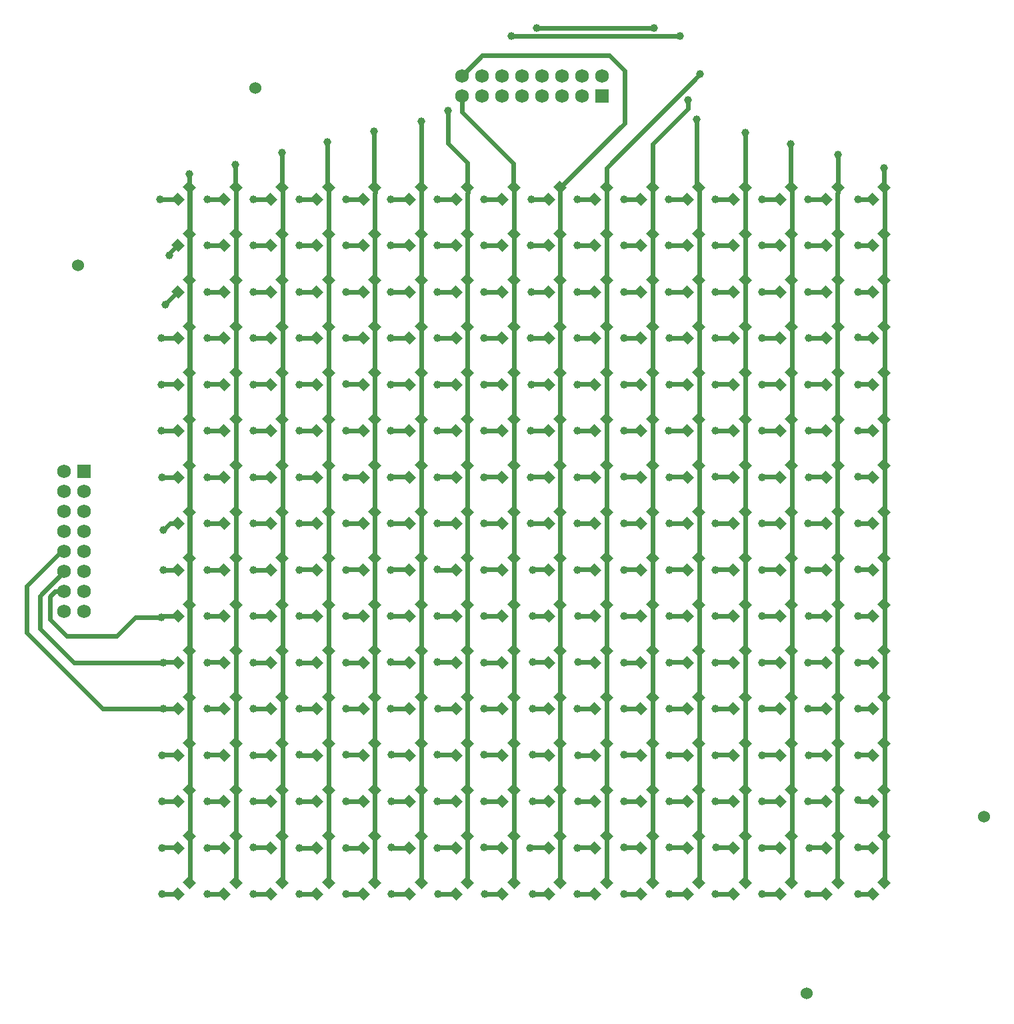
<source format=gbr>
%TF.GenerationSoftware,Altium Limited,Altium Designer,19.1.6 (110)*%
G04 Layer_Physical_Order=1*
G04 Layer_Color=255*
%FSLAX43Y43*%
%MOMM*%
%TF.FileFunction,Copper,L1,Top,Signal*%
%TF.Part,Single*%
G01*
G75*
%TA.AperFunction,SMDPad,CuDef*%
G04:AMPARAMS|DCode=10|XSize=1.2mm|YSize=1.1mm|CornerRadius=0mm|HoleSize=0mm|Usage=FLASHONLY|Rotation=135.000|XOffset=0mm|YOffset=0mm|HoleType=Round|Shape=Rectangle|*
%AMROTATEDRECTD10*
4,1,4,0.813,-0.035,0.035,-0.813,-0.813,0.035,-0.035,0.813,0.813,-0.035,0.0*
%
%ADD10ROTATEDRECTD10*%

%TA.AperFunction,Conductor*%
%ADD11C,0.600*%
%TA.AperFunction,WasherPad*%
%ADD12C,1.524*%
%TA.AperFunction,ComponentPad*%
%ADD13R,1.750X1.750*%
%ADD14C,1.750*%
%ADD15R,1.750X1.750*%
%TA.AperFunction,ViaPad*%
%ADD16C,1.000*%
D10*
X6625Y94860D02*
D03*
X5140Y93375D02*
D03*
X94860Y6625D02*
D03*
X93375Y5140D02*
D03*
X88978Y6625D02*
D03*
X87493Y5140D02*
D03*
X83095Y6625D02*
D03*
X81610Y5140D02*
D03*
X77213Y6625D02*
D03*
X75728Y5140D02*
D03*
X71331Y6625D02*
D03*
X69846Y5140D02*
D03*
X65448Y6625D02*
D03*
X63963Y5140D02*
D03*
X59566Y6625D02*
D03*
X58081Y5140D02*
D03*
X53684Y6625D02*
D03*
X52199Y5140D02*
D03*
X47801Y6625D02*
D03*
X46316Y5140D02*
D03*
X41919Y6625D02*
D03*
X40434Y5140D02*
D03*
X36037Y6625D02*
D03*
X34552Y5140D02*
D03*
X30154Y6625D02*
D03*
X28669Y5140D02*
D03*
X24272Y6625D02*
D03*
X22787Y5140D02*
D03*
X18390Y6625D02*
D03*
X16905Y5140D02*
D03*
X12507Y6625D02*
D03*
X11022Y5140D02*
D03*
X6625Y6625D02*
D03*
X5140Y5140D02*
D03*
X94860Y12507D02*
D03*
X93375Y11022D02*
D03*
X88978Y12507D02*
D03*
X87493Y11022D02*
D03*
X83095Y12507D02*
D03*
X81610Y11022D02*
D03*
X77213Y12507D02*
D03*
X75728Y11022D02*
D03*
X71331Y12507D02*
D03*
X69846Y11022D02*
D03*
X65448Y12507D02*
D03*
X63963Y11022D02*
D03*
X59566Y12507D02*
D03*
X58081Y11022D02*
D03*
X53684Y12507D02*
D03*
X52199Y11022D02*
D03*
X47801Y12507D02*
D03*
X46316Y11022D02*
D03*
X41919Y12507D02*
D03*
X40434Y11022D02*
D03*
X36037Y12507D02*
D03*
X34552Y11022D02*
D03*
X30154Y12507D02*
D03*
X28669Y11022D02*
D03*
X24272Y12507D02*
D03*
X22787Y11022D02*
D03*
X18390Y12507D02*
D03*
X16905Y11022D02*
D03*
X12507Y12507D02*
D03*
X11022Y11022D02*
D03*
X6625Y12507D02*
D03*
X5140Y11022D02*
D03*
X94860Y18390D02*
D03*
X93375Y16905D02*
D03*
X88978Y18390D02*
D03*
X87493Y16905D02*
D03*
X83095Y18390D02*
D03*
X81610Y16905D02*
D03*
X77213Y18390D02*
D03*
X75728Y16905D02*
D03*
X71331Y18390D02*
D03*
X69846Y16905D02*
D03*
X65448Y18390D02*
D03*
X63963Y16905D02*
D03*
X59566Y18390D02*
D03*
X58081Y16905D02*
D03*
X53684Y18390D02*
D03*
X52199Y16905D02*
D03*
X47801Y18390D02*
D03*
X46316Y16905D02*
D03*
X41919Y18390D02*
D03*
X40434Y16905D02*
D03*
X36037Y18390D02*
D03*
X34552Y16905D02*
D03*
X30154Y18390D02*
D03*
X28669Y16905D02*
D03*
X24272Y18390D02*
D03*
X22787Y16905D02*
D03*
X18390Y18390D02*
D03*
X16905Y16905D02*
D03*
X12507Y18390D02*
D03*
X11022Y16905D02*
D03*
X6625Y18390D02*
D03*
X5140Y16905D02*
D03*
X94860Y24272D02*
D03*
X93375Y22787D02*
D03*
X88978Y24272D02*
D03*
X87493Y22787D02*
D03*
X83095Y24272D02*
D03*
X81610Y22787D02*
D03*
X77213Y24272D02*
D03*
X75728Y22787D02*
D03*
X71331Y24272D02*
D03*
X69846Y22787D02*
D03*
X65448Y24272D02*
D03*
X63963Y22787D02*
D03*
X59566Y24272D02*
D03*
X58081Y22787D02*
D03*
X53684Y24272D02*
D03*
X52199Y22787D02*
D03*
X47801Y24272D02*
D03*
X46316Y22787D02*
D03*
X41919Y24272D02*
D03*
X40434Y22787D02*
D03*
X36037Y24272D02*
D03*
X34552Y22787D02*
D03*
X30154Y24272D02*
D03*
X28669Y22787D02*
D03*
X24272Y24272D02*
D03*
X22787Y22787D02*
D03*
X18390Y24272D02*
D03*
X16905Y22787D02*
D03*
X12507Y24272D02*
D03*
X11022Y22787D02*
D03*
X6625Y24272D02*
D03*
X5140Y22787D02*
D03*
X94860Y30154D02*
D03*
X93375Y28669D02*
D03*
X88978Y30154D02*
D03*
X87493Y28669D02*
D03*
X83095Y30154D02*
D03*
X81610Y28669D02*
D03*
X77213Y30154D02*
D03*
X75728Y28669D02*
D03*
X71331Y30154D02*
D03*
X69846Y28669D02*
D03*
X65448Y30154D02*
D03*
X63963Y28669D02*
D03*
X59566Y30154D02*
D03*
X58081Y28669D02*
D03*
X53684Y30154D02*
D03*
X52199Y28669D02*
D03*
X47801Y30154D02*
D03*
X46316Y28669D02*
D03*
X41919Y30154D02*
D03*
X40434Y28669D02*
D03*
X36037Y30154D02*
D03*
X34552Y28669D02*
D03*
X30154Y30154D02*
D03*
X28669Y28669D02*
D03*
X24272Y30154D02*
D03*
X22787Y28669D02*
D03*
X18390Y30154D02*
D03*
X16905Y28669D02*
D03*
X12507Y30154D02*
D03*
X11022Y28669D02*
D03*
X6625Y30154D02*
D03*
X5140Y28669D02*
D03*
X94860Y36037D02*
D03*
X93375Y34552D02*
D03*
X88978Y36037D02*
D03*
X87493Y34552D02*
D03*
X83095Y36037D02*
D03*
X81610Y34552D02*
D03*
X77213Y36037D02*
D03*
X75728Y34552D02*
D03*
X71331Y36037D02*
D03*
X69846Y34552D02*
D03*
X65448Y36037D02*
D03*
X63963Y34552D02*
D03*
X59566Y36037D02*
D03*
X58081Y34552D02*
D03*
X53684Y36037D02*
D03*
X52199Y34552D02*
D03*
X47801Y36037D02*
D03*
X46316Y34552D02*
D03*
X41919Y36037D02*
D03*
X40434Y34552D02*
D03*
X36037Y36037D02*
D03*
X34552Y34552D02*
D03*
X30154Y36037D02*
D03*
X28669Y34552D02*
D03*
X24272Y36037D02*
D03*
X22787Y34552D02*
D03*
X18390Y36037D02*
D03*
X16905Y34552D02*
D03*
X12507Y36037D02*
D03*
X11022Y34552D02*
D03*
X6625Y36037D02*
D03*
X5140Y34552D02*
D03*
X94860Y41919D02*
D03*
X93375Y40434D02*
D03*
X88978Y41919D02*
D03*
X87493Y40434D02*
D03*
X83095Y41919D02*
D03*
X81610Y40434D02*
D03*
X77213Y41919D02*
D03*
X75728Y40434D02*
D03*
X71331Y41919D02*
D03*
X69846Y40434D02*
D03*
X65448Y41919D02*
D03*
X63963Y40434D02*
D03*
X59566Y41919D02*
D03*
X58081Y40434D02*
D03*
X53684Y41919D02*
D03*
X52199Y40434D02*
D03*
X47801Y41919D02*
D03*
X46316Y40434D02*
D03*
X41919Y41919D02*
D03*
X40434Y40434D02*
D03*
X36037Y41919D02*
D03*
X34552Y40434D02*
D03*
X30154Y41919D02*
D03*
X28669Y40434D02*
D03*
X24272Y41919D02*
D03*
X22787Y40434D02*
D03*
X18390Y41919D02*
D03*
X16905Y40434D02*
D03*
X12507Y41919D02*
D03*
X11022Y40434D02*
D03*
X6625Y41919D02*
D03*
X5140Y40434D02*
D03*
X94860Y47801D02*
D03*
X93375Y46316D02*
D03*
X88978Y47801D02*
D03*
X87493Y46316D02*
D03*
X83095Y47801D02*
D03*
X81610Y46316D02*
D03*
X77213Y47801D02*
D03*
X75728Y46316D02*
D03*
X71331Y47801D02*
D03*
X69846Y46316D02*
D03*
X65448Y47801D02*
D03*
X63963Y46316D02*
D03*
X59566Y47801D02*
D03*
X58081Y46316D02*
D03*
X53684Y47801D02*
D03*
X52199Y46316D02*
D03*
X47801Y47801D02*
D03*
X46316Y46316D02*
D03*
X41919Y47801D02*
D03*
X40434Y46316D02*
D03*
X36037Y47801D02*
D03*
X34552Y46316D02*
D03*
X30154Y47801D02*
D03*
X28669Y46316D02*
D03*
X24272Y47801D02*
D03*
X22787Y46316D02*
D03*
X18390Y47801D02*
D03*
X16905Y46316D02*
D03*
X12507Y47801D02*
D03*
X11022Y46316D02*
D03*
X6625Y47801D02*
D03*
X5140Y46316D02*
D03*
X94860Y53684D02*
D03*
X93375Y52199D02*
D03*
X88978Y53684D02*
D03*
X87493Y52199D02*
D03*
X83095Y53684D02*
D03*
X81610Y52199D02*
D03*
X77213Y53684D02*
D03*
X75728Y52199D02*
D03*
X71331Y53684D02*
D03*
X69846Y52199D02*
D03*
X65448Y53684D02*
D03*
X63963Y52199D02*
D03*
X59566Y53684D02*
D03*
X58081Y52199D02*
D03*
X53684Y53684D02*
D03*
X52199Y52199D02*
D03*
X47801Y53684D02*
D03*
X46316Y52199D02*
D03*
X41919Y53684D02*
D03*
X40434Y52199D02*
D03*
X36037Y53684D02*
D03*
X34552Y52199D02*
D03*
X30154Y53684D02*
D03*
X28669Y52199D02*
D03*
X24272Y53684D02*
D03*
X22787Y52199D02*
D03*
X18390Y53684D02*
D03*
X16905Y52199D02*
D03*
X12507Y53684D02*
D03*
X11022Y52199D02*
D03*
X6625Y53684D02*
D03*
X5140Y52199D02*
D03*
X94860Y59566D02*
D03*
X93375Y58081D02*
D03*
X88978Y59566D02*
D03*
X87493Y58081D02*
D03*
X83095Y59566D02*
D03*
X81610Y58081D02*
D03*
X77213Y59566D02*
D03*
X75728Y58081D02*
D03*
X71331Y59566D02*
D03*
X69846Y58081D02*
D03*
X65448Y59566D02*
D03*
X63963Y58081D02*
D03*
X59566Y59566D02*
D03*
X58081Y58081D02*
D03*
X53684Y59566D02*
D03*
X52199Y58081D02*
D03*
X47801Y59566D02*
D03*
X46316Y58081D02*
D03*
X41919Y59566D02*
D03*
X40434Y58081D02*
D03*
X36037Y59566D02*
D03*
X34552Y58081D02*
D03*
X30154Y59566D02*
D03*
X28669Y58081D02*
D03*
X24272Y59566D02*
D03*
X22787Y58081D02*
D03*
X18390Y59566D02*
D03*
X16905Y58081D02*
D03*
X12507Y59566D02*
D03*
X11022Y58081D02*
D03*
X6625Y59566D02*
D03*
X5140Y58081D02*
D03*
X94860Y65448D02*
D03*
X93375Y63963D02*
D03*
X88978Y65448D02*
D03*
X87493Y63963D02*
D03*
X83095Y65448D02*
D03*
X81610Y63963D02*
D03*
X77213Y65448D02*
D03*
X75728Y63963D02*
D03*
X71331Y65448D02*
D03*
X69846Y63963D02*
D03*
X65448Y65448D02*
D03*
X63963Y63963D02*
D03*
X59566Y65448D02*
D03*
X58081Y63963D02*
D03*
X53684Y65448D02*
D03*
X52199Y63963D02*
D03*
X47801Y65448D02*
D03*
X46316Y63963D02*
D03*
X41919Y65448D02*
D03*
X40434Y63963D02*
D03*
X36037Y65448D02*
D03*
X34552Y63963D02*
D03*
X30154Y65448D02*
D03*
X28669Y63963D02*
D03*
X24272Y65448D02*
D03*
X22787Y63963D02*
D03*
X18390Y65448D02*
D03*
X16905Y63963D02*
D03*
X12507Y65448D02*
D03*
X11022Y63963D02*
D03*
X6625Y65448D02*
D03*
X5140Y63963D02*
D03*
X94860Y71331D02*
D03*
X93375Y69846D02*
D03*
X88978Y71331D02*
D03*
X87493Y69846D02*
D03*
X83095Y71331D02*
D03*
X81610Y69846D02*
D03*
X77213Y71331D02*
D03*
X75728Y69846D02*
D03*
X71331Y71331D02*
D03*
X69846Y69846D02*
D03*
X65448Y71331D02*
D03*
X63963Y69846D02*
D03*
X59566Y71331D02*
D03*
X58081Y69846D02*
D03*
X53684Y71331D02*
D03*
X52199Y69846D02*
D03*
X47801Y71331D02*
D03*
X46316Y69846D02*
D03*
X41919Y71331D02*
D03*
X40434Y69846D02*
D03*
X36037Y71331D02*
D03*
X34552Y69846D02*
D03*
X30154Y71331D02*
D03*
X28669Y69846D02*
D03*
X24272Y71331D02*
D03*
X22787Y69846D02*
D03*
X18390Y71331D02*
D03*
X16905Y69846D02*
D03*
X12507Y71331D02*
D03*
X11022Y69846D02*
D03*
X6625Y71331D02*
D03*
X5140Y69846D02*
D03*
X94860Y77213D02*
D03*
X93375Y75728D02*
D03*
X88978Y77213D02*
D03*
X87493Y75728D02*
D03*
X83095Y77213D02*
D03*
X81610Y75728D02*
D03*
X77213Y77213D02*
D03*
X75728Y75728D02*
D03*
X71331Y77213D02*
D03*
X69846Y75728D02*
D03*
X65448Y77213D02*
D03*
X63963Y75728D02*
D03*
X59566Y77213D02*
D03*
X58081Y75728D02*
D03*
X53684Y77213D02*
D03*
X52199Y75728D02*
D03*
X47801Y77213D02*
D03*
X46316Y75728D02*
D03*
X41919Y77213D02*
D03*
X40434Y75728D02*
D03*
X36037Y77213D02*
D03*
X34552Y75728D02*
D03*
X30154Y77213D02*
D03*
X28669Y75728D02*
D03*
X24272Y77213D02*
D03*
X22787Y75728D02*
D03*
X18390Y77213D02*
D03*
X16905Y75728D02*
D03*
X12507Y77213D02*
D03*
X11022Y75728D02*
D03*
X6625Y77213D02*
D03*
X5140Y75728D02*
D03*
X94860Y83095D02*
D03*
X93375Y81610D02*
D03*
X88978Y83095D02*
D03*
X87493Y81610D02*
D03*
X83095Y83095D02*
D03*
X81610Y81610D02*
D03*
X77213Y83095D02*
D03*
X75728Y81610D02*
D03*
X71331Y83095D02*
D03*
X69846Y81610D02*
D03*
X65448Y83095D02*
D03*
X63963Y81610D02*
D03*
X59566Y83095D02*
D03*
X58081Y81610D02*
D03*
X53684Y83095D02*
D03*
X52199Y81610D02*
D03*
X47801Y83095D02*
D03*
X46316Y81610D02*
D03*
X41919Y83095D02*
D03*
X40434Y81610D02*
D03*
X36037Y83095D02*
D03*
X34552Y81610D02*
D03*
X30154Y83095D02*
D03*
X28669Y81610D02*
D03*
X24272Y83095D02*
D03*
X22787Y81610D02*
D03*
X18390Y83095D02*
D03*
X16905Y81610D02*
D03*
X12507Y83095D02*
D03*
X11022Y81610D02*
D03*
X6625Y83095D02*
D03*
X5140Y81610D02*
D03*
X94860Y88978D02*
D03*
X93375Y87493D02*
D03*
X88978Y88978D02*
D03*
X87493Y87493D02*
D03*
X83095Y88978D02*
D03*
X81610Y87493D02*
D03*
X77213Y88978D02*
D03*
X75728Y87493D02*
D03*
X71331Y88978D02*
D03*
X69846Y87493D02*
D03*
X65448Y88978D02*
D03*
X63963Y87493D02*
D03*
X59566Y88978D02*
D03*
X58081Y87493D02*
D03*
X53684Y88978D02*
D03*
X52199Y87493D02*
D03*
X47801Y88978D02*
D03*
X46316Y87493D02*
D03*
X41919Y88978D02*
D03*
X40434Y87493D02*
D03*
X36037Y88978D02*
D03*
X34552Y87493D02*
D03*
X30154Y88978D02*
D03*
X28669Y87493D02*
D03*
X24272Y88978D02*
D03*
X22787Y87493D02*
D03*
X18390Y88978D02*
D03*
X16905Y87493D02*
D03*
X12507Y88978D02*
D03*
X11022Y87493D02*
D03*
X6625Y88978D02*
D03*
X5140Y87493D02*
D03*
X94860Y94860D02*
D03*
X93375Y93375D02*
D03*
X88978Y94860D02*
D03*
X87493Y93375D02*
D03*
X83095Y94860D02*
D03*
X81610Y93375D02*
D03*
X77213Y94860D02*
D03*
X75728Y93375D02*
D03*
X71331Y94860D02*
D03*
X69846Y93375D02*
D03*
X65448Y94860D02*
D03*
X63963Y93375D02*
D03*
X59566Y94860D02*
D03*
X58081Y93375D02*
D03*
X53684Y94860D02*
D03*
X52199Y93375D02*
D03*
X47801Y94860D02*
D03*
X46316Y93375D02*
D03*
X41919Y94860D02*
D03*
X40434Y93375D02*
D03*
X36037Y94860D02*
D03*
X34552Y93375D02*
D03*
X30154Y94860D02*
D03*
X28669Y93375D02*
D03*
X24272Y94860D02*
D03*
X22787Y93375D02*
D03*
X18390Y94860D02*
D03*
X16905Y93375D02*
D03*
X12507Y94860D02*
D03*
X11022Y93375D02*
D03*
D11*
X4100Y86275D02*
Y86524D01*
X5105Y87528D01*
X3550Y80091D02*
X5105Y81646D01*
X3550Y80000D02*
Y80091D01*
X5105Y87528D02*
X5140Y87493D01*
X50700Y115100D02*
X65625D01*
X53684Y65448D02*
Y83095D01*
Y6958D02*
Y18390D01*
X61850Y103026D02*
Y109725D01*
X59950Y111625D02*
X61850Y109725D01*
X43785Y111625D02*
X59950D01*
X41200Y109040D02*
X43785Y111625D01*
X53684Y94860D02*
X61850Y103026D01*
X94825Y94895D02*
Y97372D01*
X94895Y6958D02*
Y30154D01*
X59601Y47801D02*
Y65448D01*
Y6660D02*
Y47801D01*
Y83095D02*
Y94825D01*
Y65448D02*
Y83095D01*
X47500Y114125D02*
X68900D01*
X68925Y114150D01*
X65413Y71331D02*
Y94118D01*
Y53684D02*
Y71331D01*
Y36750D02*
Y53684D01*
Y24272D02*
Y36750D01*
Y6660D02*
Y24272D01*
X71366Y77213D02*
Y94825D01*
Y53684D02*
Y77213D01*
Y36037D02*
Y53684D01*
Y6958D02*
Y36037D01*
X77178Y88978D02*
Y94118D01*
Y71331D02*
Y88978D01*
Y53684D02*
Y71331D01*
Y36525D02*
Y53684D01*
Y24272D02*
Y36525D01*
Y6660D02*
Y24272D01*
X88978Y94860D02*
Y99075D01*
X82975Y94981D02*
Y100427D01*
Y94981D02*
X83095Y94860D01*
X77178Y94895D02*
Y101825D01*
X71075Y95116D02*
X71331Y94860D01*
X71075Y95116D02*
Y103550D01*
X69950Y104928D02*
Y106000D01*
X65448Y100427D02*
X69950Y104928D01*
X65448Y94860D02*
Y100427D01*
X59566Y97391D02*
X71450Y109275D01*
X59566Y94860D02*
Y97391D01*
X6660Y47801D02*
Y94825D01*
Y18390D02*
Y47801D01*
Y6660D02*
Y18390D01*
X6625Y41919D02*
Y71331D01*
Y30154D02*
Y41919D01*
X12542Y77213D02*
Y94825D01*
Y71331D02*
Y77213D01*
Y59566D02*
Y71331D01*
Y41919D02*
Y59566D01*
Y6660D02*
Y41919D01*
X18425Y65448D02*
Y83095D01*
Y53684D02*
Y65448D01*
Y83095D02*
Y94825D01*
Y36037D02*
Y53684D01*
Y24272D02*
Y36037D01*
Y6731D02*
Y24272D01*
X18354Y6660D02*
X18425Y6731D01*
X18350Y94900D02*
X18390Y94860D01*
X18350Y94900D02*
Y99325D01*
X24125Y95007D02*
X24272Y94860D01*
X24125Y95007D02*
Y100675D01*
X30025Y94989D02*
Y102025D01*
Y94989D02*
X30154Y94860D01*
X36072Y94969D02*
Y103300D01*
X36000Y94897D02*
X36072Y94969D01*
X39475Y100451D02*
Y104650D01*
Y100451D02*
X41884Y98043D01*
X36000Y94897D02*
X36037Y94860D01*
X36001Y6660D02*
X36072Y6731D01*
Y83095D02*
Y94825D01*
Y71331D02*
Y83095D01*
Y53684D02*
Y71331D01*
Y24272D02*
Y53684D01*
Y6731D02*
Y24272D01*
X41884Y71331D02*
Y88978D01*
Y59566D02*
Y71331D01*
Y47801D02*
Y59566D01*
Y88978D02*
Y94118D01*
Y18390D02*
Y47801D01*
Y6660D02*
Y18390D01*
X83131Y6958D02*
Y94825D01*
X88942Y83095D02*
Y94118D01*
Y72225D02*
Y83095D01*
Y71331D02*
Y72225D01*
Y53684D02*
Y71331D01*
Y36037D02*
Y53684D01*
Y18390D02*
Y36037D01*
Y6660D02*
Y18390D01*
X47837Y71331D02*
Y94825D01*
Y59566D02*
Y71331D01*
Y41919D02*
Y59566D01*
Y30154D02*
Y41919D01*
Y6731D02*
Y30154D01*
X41200Y104475D02*
Y106500D01*
Y104475D02*
X47766Y97909D01*
Y95357D02*
Y97909D01*
Y95357D02*
X47801Y95321D01*
X41884Y94895D02*
Y98043D01*
Y94895D02*
X41919Y94860D01*
X36037D02*
X36072Y94825D01*
X24237Y6660D02*
X24307Y6731D01*
Y83095D02*
Y94825D01*
Y71331D02*
Y83095D01*
Y47801D02*
Y71331D01*
Y18390D02*
Y47801D01*
Y6731D02*
Y18390D01*
X18390Y94860D02*
X18425Y94825D01*
X12507Y94860D02*
X12542Y94825D01*
X12472Y94895D02*
X12507Y94860D01*
X12450Y97800D02*
X12472Y97778D01*
Y94895D02*
Y97778D01*
X6575Y96600D02*
X6589Y96586D01*
Y94895D02*
Y96586D01*
Y94895D02*
X6625Y94860D01*
X30119Y6660D02*
Y47837D01*
X30190Y94188D02*
Y94825D01*
Y94188D02*
Y94188D01*
X30190Y94188D01*
X30154Y94153D02*
X30190Y94188D01*
X30119Y94118D02*
X30154Y94153D01*
X30119Y89013D02*
Y89850D01*
Y84450D02*
Y89013D01*
Y71331D02*
Y83131D01*
Y48800D02*
Y71331D01*
Y47837D02*
Y48800D01*
X30154Y94153D02*
X30190Y94188D01*
X30119Y94118D02*
X30154Y94153D01*
X30119Y89013D02*
X30154Y88978D01*
X30119Y89013D02*
X30119Y89013D01*
X94825Y94895D02*
X94860Y94860D01*
X83095D02*
X83131Y94825D01*
X77178Y94895D02*
X77213Y94860D01*
X47801D02*
Y95321D01*
X30190Y94825D02*
X30190Y94825D01*
X24272Y94860D02*
X24307Y94825D01*
X30119Y89850D02*
Y94118D01*
X30119Y89850D02*
Y94118D01*
X30119Y83131D02*
Y84450D01*
X30119Y83131D02*
X30154Y83095D01*
X30119Y83131D02*
X30119Y83131D01*
X30119Y84450D02*
X30119Y84450D01*
X94860Y94860D02*
X94895Y94825D01*
Y6958D02*
Y94825D01*
X94825Y6887D02*
X94895Y6958D01*
X94825Y6660D02*
Y6887D01*
X83060D02*
X83131Y6958D01*
X83060Y6660D02*
Y6887D01*
X71295D02*
X71366Y6958D01*
X71295Y6660D02*
Y6887D01*
X59566Y6625D02*
X59601Y6660D01*
X53684Y6958D02*
X53850Y6791D01*
X53684Y83095D02*
Y88978D01*
Y59566D02*
Y65448D01*
Y53684D02*
Y59566D01*
Y47801D02*
Y53684D01*
Y41919D02*
Y47801D01*
Y36037D02*
Y41919D01*
Y30154D02*
Y36037D01*
Y18390D02*
Y24272D01*
Y6625D02*
X53850Y6791D01*
X47766Y6660D02*
X47837Y6731D01*
X12507Y6625D02*
X12542Y6660D01*
X6625Y6625D02*
X6660Y6660D01*
X6625Y6660D02*
X6625Y6660D01*
X6625Y6625D02*
Y6660D01*
Y88978D02*
Y94860D01*
Y83095D02*
Y88978D01*
Y77213D02*
Y83095D01*
Y77213D02*
X6625Y71331D01*
Y30154D02*
X6625Y24272D01*
X3050Y69846D02*
X3085Y69881D01*
X-9475Y40835D02*
X-9235D01*
X46015Y16940D02*
X46316Y17241D01*
X-14075Y44250D02*
X-9685Y48640D01*
X-9290D01*
X-14075Y38300D02*
Y44250D01*
Y38300D02*
X-4444Y28669D01*
X3263D01*
X-12375Y43015D02*
X-9290Y46100D01*
X-12375Y38875D02*
Y43015D01*
Y38875D02*
X-8052Y34552D01*
X3263D01*
X67560Y40434D02*
X69846D01*
X-11075Y42950D02*
X-10465Y43560D01*
X-11075Y40025D02*
Y42950D01*
Y40025D02*
X-9000Y37950D01*
X-10465Y43560D02*
X-9290D01*
X-9000Y37950D02*
X-2650D01*
X-275Y40325D01*
X3050D01*
X-9475Y40835D02*
X-9290Y41020D01*
X4116Y52234D02*
X5105D01*
X3263Y51381D02*
X4116Y52234D01*
X-6750Y56260D02*
X-6485Y56525D01*
X14700Y11058D02*
X16869D01*
X16905Y11022D01*
X20550D02*
X22787D01*
X26535D02*
X28669D01*
X32271Y11058D02*
X32306Y11022D01*
X34552D01*
X38100D02*
X38135Y11058D01*
X40399D01*
X40434Y11022D01*
X44035Y11100D02*
X44078Y11058D01*
X46281D01*
X46316Y11022D01*
X49875Y10975D02*
X49958Y11058D01*
X52163D01*
X52199Y11022D01*
X55900D02*
X55935Y11058D01*
X58046D01*
X58081Y11022D01*
X32271Y5140D02*
X32306Y5175D01*
X34516D01*
X34552Y5140D01*
X26500Y5140D02*
Y5175D01*
X26500Y5175D01*
X28634D01*
X28669Y5140D01*
X20550Y5140D02*
X20585Y5175D01*
X22752D01*
X22787Y5140D01*
X14700D02*
X14735Y5175D01*
X16869D01*
X16905Y5140D01*
X38159Y5175D02*
X38159Y5175D01*
X40399D01*
X40434Y5140D01*
X44071Y5175D02*
X46281D01*
X46316Y5140D01*
X50176Y5175D02*
X52163D01*
X52199Y5140D01*
X55900Y5175D02*
X58046D01*
X58081Y5140D01*
X61800D02*
X61835Y5175D01*
X61800Y5140D02*
Y5175D01*
X61835D02*
X63928D01*
X63963Y5140D01*
X61834Y11100D02*
X61877Y11058D01*
X63928D01*
X63963Y11022D01*
X67525Y11100D02*
X67596D01*
X67638Y11058D01*
X69810D01*
X69846Y11022D01*
X73469Y11058D02*
X75693D01*
X75728Y11022D01*
X67525Y5140D02*
X67560Y5175D01*
X69810D01*
X69846Y5140D01*
X73447Y5175D02*
X75693D01*
X75728Y5140D01*
X79335Y5175D02*
X81575D01*
X81610Y5140D01*
X85200Y5175D02*
X85200Y5175D01*
X87457D01*
X87493Y5140D01*
X79300Y11022D02*
X79335Y11058D01*
X81575D01*
X81610Y11022D01*
X85318D02*
X85353Y11058D01*
X87457D01*
X87493Y11022D01*
X85200Y16905D02*
X85235Y16940D01*
X87457D01*
X87493Y16905D01*
X85282Y22787D02*
X85318Y22822D01*
X87457D01*
X87493Y22787D01*
X79300Y16905D02*
X79335Y16940D01*
X81575D01*
X81610Y16905D01*
X73412D02*
X75728D01*
X67525D02*
X67560Y16940D01*
X69810D01*
X69846Y16905D01*
X79300Y22787D02*
X79335Y22822D01*
X81575D01*
X81610Y22787D01*
X73412D02*
X73447Y22822D01*
X75693D01*
X75728Y22787D01*
X67525D02*
X67560Y22822D01*
X69810D01*
X69846Y22787D01*
X85200Y28669D02*
X85235Y28705D01*
X87457D01*
X87493Y28669D01*
X79300D02*
X79335Y28705D01*
X81575D01*
X81610Y28669D01*
X73434D02*
X73469Y28705D01*
X75693D01*
X75728Y28669D01*
X67525Y28705D02*
X67560Y28669D01*
X69846D01*
X85200Y34552D02*
X85235Y34587D01*
X87457D01*
X87493Y34552D01*
X79300D02*
X79335Y34587D01*
X81575D01*
X81610Y34552D01*
X73412D02*
X73447Y34587D01*
X75693D01*
X75728Y34552D01*
X69810Y34587D02*
X69846Y34552D01*
X67560D02*
X67596Y34587D01*
X69810D01*
X61800Y34552D02*
X63963D01*
X61834Y28705D02*
X63928D01*
X63963Y28669D01*
X61800Y22822D02*
X63928D01*
X63963Y22787D01*
X61800Y16940D02*
X63928D01*
X63963Y16905D01*
X55935Y16940D02*
X58046D01*
X58081Y16905D01*
X50176Y16940D02*
X50211Y16905D01*
X52199D01*
X46316Y17241D02*
X46350Y17275D01*
X44035Y16905D02*
X44071Y16940D01*
X46015D01*
X46316Y16905D02*
Y17241D01*
X38100Y16905D02*
X40434D01*
X55935Y22787D02*
X58081D01*
X50176Y22822D02*
X52163D01*
X52199Y22787D01*
X44035Y22822D02*
X46281D01*
X46316Y22787D01*
X38135Y22822D02*
X40399D01*
X40434Y22787D01*
X55900Y28705D02*
X58046D01*
X58081Y28669D01*
X50176Y28705D02*
X52163D01*
X52199Y28669D01*
X44035Y28705D02*
X46281D01*
X46316Y28669D01*
X38159Y28705D02*
X40399D01*
X40434Y28669D01*
X55935Y34587D02*
X58046D01*
X58081Y34552D01*
X50176Y34587D02*
X52163D01*
X52199Y34552D01*
X44035D02*
X46316D01*
X20562Y16940D02*
X22752D01*
X22787Y16905D01*
X14700Y16940D02*
X14735Y16905D01*
X16905D01*
X26500D02*
X28669D01*
X32235Y16940D02*
X32271Y16905D01*
X34552D01*
X32235Y22822D02*
X34516D01*
X34552Y22787D01*
X26535Y22822D02*
X28634D01*
X28669Y22787D01*
X20550Y22822D02*
X20585Y22787D01*
X22787D01*
X14735D02*
X16905D01*
X32200Y28669D02*
X32235Y28705D01*
X34516D01*
X34552Y28669D01*
X26500D02*
X26535Y28705D01*
X28634D01*
X28669Y28669D01*
X20562D02*
X20597Y28705D01*
X22752D01*
X22787Y28669D01*
X14700D02*
X14735Y28705D01*
X16869D01*
X16905Y28669D01*
X38100Y34587D02*
X38100Y34587D01*
X40399D01*
X40434Y34552D01*
X32200Y34587D02*
X32235Y34552D01*
X34552D01*
X26500D02*
X28669D01*
X20550D02*
X22787D01*
X14735D02*
X16905D01*
X14700Y40434D02*
X16905D01*
X20562D02*
X22787D01*
X26500Y40469D02*
X28634D01*
X28669Y40434D01*
X32200D02*
X34552D01*
X38100D02*
X40434D01*
X44000D02*
X46316D01*
X50230D02*
X52199D01*
X55935D02*
X58081D01*
X61800D02*
X63963D01*
X67560D02*
Y40469D01*
X73412Y40434D02*
X73447Y40469D01*
X75693D01*
X75728Y40434D01*
X79300D02*
X81610D01*
X85282Y40469D02*
X85318Y40434D01*
X87493D01*
X85200Y46316D02*
X85235Y46352D01*
X87457D01*
X87493Y46316D01*
X79300D02*
X79335Y46352D01*
X81575D01*
X81610Y46316D01*
X73412D02*
X73447Y46352D01*
X75693D01*
X75728Y46316D01*
X67525D02*
X67560Y46352D01*
X69810D01*
X69846Y46316D01*
X61800D02*
X61835Y46352D01*
X63928D01*
X63963Y46316D01*
X55900D02*
X55935Y46352D01*
X58046D01*
X58081Y46316D01*
X30119Y89013D02*
Y89850D01*
X30154Y94860D02*
X30190Y94825D01*
X30119Y89850D02*
X30119Y89850D01*
X88942Y72225D02*
X88942Y72225D01*
Y71366D02*
Y72225D01*
Y71366D02*
X88978Y71331D01*
X65413Y36750D02*
X65413Y36750D01*
Y36072D02*
Y36750D01*
Y36072D02*
X65448Y36037D01*
X77178Y36525D02*
X77213Y36490D01*
Y36037D02*
Y36490D01*
X30119Y47837D02*
X30154Y47801D01*
X30119Y47837D02*
X30119Y47837D01*
X30119Y48800D02*
X30119Y48800D01*
X30119Y47837D02*
Y48800D01*
X50176Y46316D02*
X50211Y46352D01*
X52163D01*
X52199Y46316D01*
X44000D02*
X44035Y46352D01*
X46281D01*
X46316Y46316D01*
X38100Y46352D02*
X38135Y46316D01*
X40434D01*
X32200D02*
X32235Y46352D01*
X34516D01*
X34552Y46316D01*
X26500D02*
X26535Y46352D01*
X28634D01*
X28669Y46316D01*
X20550D02*
X20585Y46352D01*
X22752D01*
X22787Y46316D01*
X14700D02*
X16905D01*
X85200Y52200D02*
X85234Y52234D01*
X87457D01*
X87493Y52199D01*
X79300Y52200D02*
X79334Y52234D01*
X81575D01*
X81610Y52199D01*
X73400Y52200D02*
X73434Y52234D01*
X75693D01*
X75728Y52199D01*
X67525Y52200D02*
X67559Y52234D01*
X69810D01*
X69846Y52199D01*
X61800Y52200D02*
X61834Y52234D01*
X63928D01*
X63963Y52199D01*
X55900Y52200D02*
X55934Y52234D01*
X58046D01*
X58081Y52199D01*
X49950Y52200D02*
X49984Y52234D01*
X52163D01*
X52199Y52199D01*
X44000Y52200D02*
X44034Y52234D01*
X46281D01*
X46316Y52199D01*
X38125Y52200D02*
X38159Y52234D01*
X40399D01*
X40434Y52199D01*
X32200Y52200D02*
X32234Y52234D01*
X34516D01*
X34552Y52199D01*
X26500Y52200D02*
X26534Y52234D01*
X28634D01*
X28669Y52199D01*
X20550Y52200D02*
X20584Y52234D01*
X22752D01*
X22787Y52199D01*
X14735D02*
X14771Y52234D01*
X16869D01*
X16905Y52199D01*
X85247Y63963D02*
X85282Y63999D01*
X87457D01*
X87493Y63963D01*
X79300D02*
X79335Y63999D01*
X81575D01*
X81610Y63963D01*
X73400D02*
X73435Y63999D01*
X75693D01*
X75728Y63963D01*
X67500D02*
X67535Y63999D01*
X69810D01*
X69846Y63963D01*
X61800D02*
X61835Y63999D01*
X63928D01*
X63963Y63963D01*
X55900D02*
X55935Y63999D01*
X58046D01*
X58081Y63963D01*
X85247Y58081D02*
X85282Y58116D01*
X87457D01*
X87493Y58081D01*
X79300D02*
X79335Y58116D01*
X81575D01*
X81610Y58081D01*
X73412Y58125D02*
X75684D01*
X75728Y58081D01*
X67525D02*
X67560Y58116D01*
X69810D01*
X69846Y58081D01*
X61800Y58116D02*
X63928D01*
X63963Y58081D01*
X55900D02*
X55935Y58116D01*
X58046D01*
X58081Y58081D01*
X49950D02*
X49985Y58116D01*
X52163D01*
X52199Y58081D01*
X44000D02*
X44035Y58116D01*
X46281D01*
X46316Y58081D01*
X49950Y63963D02*
X49985Y63999D01*
X52163D01*
X52199Y63963D01*
X44000D02*
X44035Y63999D01*
X46281D01*
X46316Y63963D01*
X41884Y94118D02*
X41954Y94188D01*
X40399Y63999D02*
X40434Y63963D01*
X38135Y63999D02*
X40399D01*
X38100Y63963D02*
X38135Y63999D01*
X65413Y94118D02*
X65484Y94188D01*
X77178Y94118D02*
X77248Y94188D01*
X88942Y94118D02*
X89013Y94188D01*
X91509Y58116D02*
X93340D01*
X91500Y58125D02*
X91509Y58116D01*
X91595Y40469D02*
X93340D01*
X8935D02*
X10987D01*
X91535Y34587D02*
X93340D01*
X10987D02*
X11022Y34552D01*
X8935Y34587D02*
X10987D01*
X91571Y22822D02*
X93340D01*
X8900Y22787D02*
X8935Y22822D01*
X91791Y16940D02*
X93340D01*
X32200Y63963D02*
X32235Y63999D01*
X34516D01*
X34552Y63963D01*
X85200Y69846D02*
X85235Y69881D01*
X87457D01*
X87493Y69846D01*
X79300D02*
X79335Y69881D01*
X81575D01*
X81610Y69846D01*
X73400D02*
X73435Y69881D01*
X75693D01*
X75728Y69846D01*
X67525D02*
X67560Y69881D01*
X69810D01*
X69846Y69846D01*
X61800D02*
X61835Y69881D01*
X63928D01*
X63963Y69846D01*
X55900D02*
X55935Y69881D01*
X58046D01*
X58081Y69846D01*
X50025D02*
X50060Y69881D01*
X52163D01*
X52199Y69846D01*
X44000D02*
X44035Y69881D01*
X46281D01*
X46316Y69846D01*
X38100D02*
X38135Y69881D01*
X40399D01*
X40434Y69846D01*
X32200D02*
X32235Y69881D01*
X34516D01*
X34552Y69846D01*
X85235Y75775D02*
X85247Y75763D01*
X87457D01*
X87493Y75728D01*
X79300Y75775D02*
X79312Y75763D01*
X81575D01*
X81610Y75728D01*
X73400Y75775D02*
X73412Y75763D01*
X75693D01*
X75728Y75728D01*
X67525Y75775D02*
X67537Y75763D01*
X69810D01*
X69846Y75728D01*
X61800Y75775D02*
X61812Y75763D01*
X63928D01*
X63963Y75728D01*
X55900Y75775D02*
X55912Y75763D01*
X58046D01*
X58081Y75728D01*
X49950Y75775D02*
X49962Y75763D01*
X52163D01*
X52199Y75728D01*
X44000Y75775D02*
X44012Y75763D01*
X46281D01*
X46316Y75728D01*
X38100Y75775D02*
X38112Y75763D01*
X40399D01*
X40434Y75728D01*
X32200Y75775D02*
X32212Y75763D01*
X34516D01*
X34552Y75728D01*
X36001Y6660D02*
X36037Y6625D01*
X38125Y58081D02*
X38160Y58116D01*
X40399D01*
X40434Y58081D01*
X32200D02*
X32235Y58116D01*
X34516D01*
X34552Y58081D01*
X26500D02*
X26535Y58116D01*
X28634D01*
X28669Y58081D01*
X20562D02*
X22787D01*
X14735D02*
X16905D01*
X26500Y63963D02*
X26535Y63999D01*
X28634D01*
X28669Y63963D01*
X26500Y69881D02*
X28634D01*
X28669Y69846D01*
X20550Y63963D02*
X20585Y63999D01*
X22752D01*
X22787Y63963D01*
X14700D02*
X14735Y63999D01*
X16869D01*
X16905Y63963D01*
X20550Y69846D02*
X20585Y69881D01*
X22752D01*
X22787Y69846D01*
X14700D02*
X14735Y69881D01*
X16869D01*
X16905Y69846D01*
X26500Y75775D02*
X26512Y75763D01*
X28634D01*
X28669Y75728D01*
X20550Y75775D02*
X20562Y75763D01*
X22752D01*
X22787Y75728D01*
X14700Y75775D02*
X14712Y75763D01*
X16869D01*
X16905Y75728D01*
X8900Y5140D02*
X8935Y5175D01*
X10987D01*
X11022Y5140D01*
X8900Y11022D02*
X8935Y11058D01*
X10987D01*
X11022Y11022D01*
X8900Y16905D02*
X8935Y16940D01*
X10987D01*
X11022Y16905D01*
X8935Y22822D02*
X10987D01*
X11022Y22787D01*
X8900Y28669D02*
X8935Y28705D01*
X10987D01*
X11022Y28669D01*
X8900Y34552D02*
X8935Y34587D01*
X8900Y40434D02*
X8935Y40469D01*
X10987D02*
X11022Y40434D01*
X8900Y46316D02*
X11022D01*
X8900Y52200D02*
X8934Y52234D01*
X10987D01*
X11022Y52199D01*
X8900Y58081D02*
X11022D01*
X8900Y63963D02*
X8935Y63999D01*
X10987D01*
X11022Y63963D01*
X8900Y69846D02*
X8935Y69881D01*
X10987D01*
X11022Y69846D01*
X8900Y75775D02*
X8912Y75763D01*
X10987D01*
X11022Y75728D01*
X85200Y81610D02*
X85235Y81646D01*
X87457D01*
X87493Y81610D01*
X79300D02*
X79335Y81646D01*
X81575D01*
X81610Y81610D01*
X73400D02*
X73435Y81646D01*
X75693D01*
X75728Y81610D01*
X67500D02*
X67535Y81646D01*
X69810D01*
X69846Y81610D01*
X61800D02*
X61835Y81646D01*
X63928D01*
X63963Y81610D01*
X85200Y87493D02*
X85235Y87528D01*
X87457D01*
X87493Y87493D01*
X79300D02*
X79335Y87528D01*
X81575D01*
X81610Y87493D01*
X73400D02*
X73435Y87528D01*
X75693D01*
X75728Y87493D01*
X67500Y87528D02*
X69810D01*
X69846Y87493D01*
X49950D02*
X49985Y87528D01*
X52163D01*
X52199Y87493D01*
X61800Y87528D02*
X63928D01*
X63963Y87493D01*
X55900D02*
X55935Y87528D01*
X58046D01*
X58081Y87493D01*
X55900Y81646D02*
X58046D01*
X58081Y81610D01*
X44000D02*
X44035Y81646D01*
X46281D01*
X46316Y81610D01*
X44000Y87493D02*
X44035Y87528D01*
X46281D01*
X46316Y87493D01*
X38100D02*
X38135Y87528D01*
X40399D01*
X40434Y87493D01*
X50000Y81610D02*
X50035Y81646D01*
X52163D01*
X52199Y81610D01*
X38100D02*
X38135Y81646D01*
X40399D01*
X40434Y81610D01*
X32200D02*
X32235Y81646D01*
X34516D01*
X34552Y81610D01*
X26500D02*
X26535Y81646D01*
X28634D01*
X28669Y81610D01*
X20550D02*
X20585Y81646D01*
X22752D01*
X22787Y81610D01*
X14700D02*
X14735Y81646D01*
X16869D01*
X16905Y81610D01*
X8900D02*
X8935Y81646D01*
X10987D01*
X11022Y81610D01*
X32200Y87493D02*
X32235Y87528D01*
X34516D01*
X34552Y87493D01*
X28634Y87528D02*
X28669Y87493D01*
X26500Y87528D02*
X28634D01*
X20550Y87493D02*
X20585Y87528D01*
X22752D01*
X22787Y87493D01*
X14700Y87528D02*
X16869D01*
X16905Y87493D01*
X8900D02*
X8935Y87528D01*
X10987D01*
X11022Y87493D01*
X3172Y5140D02*
X5140D01*
X91535D02*
X91571Y5175D01*
X93340D01*
X93375Y5140D01*
X91559Y11100D02*
X91602Y11058D01*
X93340D01*
X93375Y11022D01*
X3172D02*
X3207Y11058D01*
X5105D01*
X5140Y11022D01*
X91559Y17050D02*
X91681D01*
X91791Y16940D01*
X93340D02*
X93375Y16905D01*
X3172D02*
X3298D01*
X3333Y16940D01*
X5105D01*
X5140Y16905D01*
X3172Y22787D02*
X3207Y22822D01*
X5105D01*
X5140Y22787D01*
X91535D02*
X91571Y22822D01*
X93340D02*
X93375Y22787D01*
X91559Y28669D02*
X91595Y28705D01*
X93340D01*
X93375Y28669D01*
X3263D02*
X3298Y28705D01*
X5105D01*
X5140Y28669D01*
X91500Y34552D02*
X91535Y34587D01*
X93340D02*
X93375Y34552D01*
X3263D02*
X3298Y34587D01*
X5105D01*
X5140Y34552D01*
X3263Y46316D02*
X5140D01*
X3316Y40469D02*
X5105D01*
X5140Y40434D01*
X91559D02*
X91595Y40469D01*
X93340D02*
X93375Y40434D01*
X91535Y46400D02*
X91584Y46352D01*
X93340D01*
X93375Y46316D01*
X5105Y52234D02*
X5140Y52199D01*
X91500Y52200D02*
X91534Y52234D01*
X93340D01*
X93375Y52199D01*
X93340Y58116D02*
X93375Y58081D01*
X3121D02*
X5140D01*
X91535Y63975D02*
X91559Y63999D01*
X93340D01*
X93375Y63963D01*
X3085D02*
X3121Y63999D01*
X5105D01*
X5140Y63963D01*
X91535Y69875D02*
X91541Y69881D01*
X93340D01*
X93375Y69846D01*
X3085Y69881D02*
X5105D01*
X5140Y69846D01*
X91733Y75763D02*
X93340D01*
X93375Y75728D01*
X3050Y75775D02*
X3062Y75763D01*
X5105D01*
X5140Y75728D01*
X5105Y81646D02*
X5140Y81610D01*
X91535D02*
X93375D01*
X91500Y87493D02*
X91535Y87528D01*
X93340D01*
X93375Y87493D01*
X26500Y93411D02*
X28634D01*
X28669Y93375D01*
X20550Y93400D02*
X20561Y93411D01*
X22752D01*
X22787Y93375D01*
X14700Y93411D02*
X16869D01*
X16905Y93375D01*
X32200Y93400D02*
X32211Y93411D01*
X34516D01*
X34552Y93375D01*
X38100Y93411D02*
X40399D01*
X40434Y93375D01*
X44000Y93400D02*
X44011Y93411D01*
X46281D01*
X46316Y93375D01*
X50000Y93411D02*
X52163D01*
X52199Y93375D01*
X55900Y93400D02*
X55911Y93411D01*
X58046D01*
X58081Y93375D01*
X61800Y93411D02*
X63928D01*
X63963Y93375D01*
X67500Y93400D02*
X67510Y93411D01*
X69810D01*
X69846Y93375D01*
X73400Y93411D02*
X75693D01*
X75728Y93375D01*
X79300Y93411D02*
X81575D01*
X81610Y93375D01*
X85200Y93411D02*
X87457D01*
X87493Y93375D01*
X91500Y93400D02*
X91510Y93411D01*
X93340D01*
X93375Y93375D01*
X8900Y93400D02*
X8911Y93411D01*
X10987D01*
X11022Y93375D01*
X2900Y93400D02*
X2911Y93411D01*
X5105D01*
X5140Y93375D01*
X94825Y6660D02*
X94860Y6625D01*
X88978Y94860D02*
X89013Y94825D01*
Y94188D02*
Y94825D01*
X88942Y6660D02*
X88978Y6625D01*
X83060Y6660D02*
X83095Y6625D01*
X77213Y94860D02*
X77248Y94825D01*
Y94188D02*
Y94825D01*
X77178Y6660D02*
X77213Y6625D01*
X71295Y6660D02*
X71331Y6625D01*
Y94860D02*
X71366Y94825D01*
X65448Y94860D02*
X65484Y94825D01*
Y94188D02*
Y94825D01*
X65413Y6660D02*
X65448Y6625D01*
X59566Y94860D02*
X59601Y94825D01*
X53684Y88978D02*
Y94860D01*
Y24272D02*
Y30154D01*
X47766Y6660D02*
X47801Y6625D01*
Y94860D02*
X47837Y94825D01*
X41919Y94860D02*
X41954Y94825D01*
Y94188D02*
Y94825D01*
X41884Y6660D02*
X41919Y6625D01*
X30190Y94188D02*
Y94825D01*
X30119Y6660D02*
X30154Y6625D01*
X24237Y6660D02*
X24272Y6625D01*
X18354Y6660D02*
X18390Y6625D01*
D12*
X-7500Y85000D02*
D03*
X15000Y107500D02*
D03*
X107500Y15000D02*
D03*
X85000Y-7500D02*
D03*
D13*
X-6750Y58800D02*
D03*
D14*
X-9290Y56260D02*
D03*
Y53720D02*
D03*
Y51180D02*
D03*
Y48640D02*
D03*
Y46100D02*
D03*
Y43560D02*
D03*
Y41020D02*
D03*
X-6750Y43560D02*
D03*
Y53720D02*
D03*
X-9290Y58800D02*
D03*
X-6750Y41020D02*
D03*
Y46100D02*
D03*
Y48640D02*
D03*
Y51180D02*
D03*
Y56260D02*
D03*
X56440Y106500D02*
D03*
X51360D02*
D03*
X48820D02*
D03*
X46280D02*
D03*
X41200D02*
D03*
X58980Y109040D02*
D03*
X53900Y106500D02*
D03*
X43740D02*
D03*
X41200Y109040D02*
D03*
X43740D02*
D03*
X46280D02*
D03*
X48820D02*
D03*
X51360D02*
D03*
X53900D02*
D03*
X56440D02*
D03*
D15*
X58980Y106500D02*
D03*
D16*
X4100Y86275D02*
D03*
X3550Y80000D02*
D03*
X50700Y115100D02*
D03*
X94825Y97372D02*
D03*
X68925Y114150D02*
D03*
X47500Y114125D02*
D03*
X88978Y99075D02*
D03*
X82975Y100427D02*
D03*
X77178Y101825D02*
D03*
X71075Y103550D02*
D03*
X69950Y106000D02*
D03*
X71450Y109275D02*
D03*
X18350Y99325D02*
D03*
X24125Y100675D02*
D03*
X30025Y102025D02*
D03*
X36072Y103300D02*
D03*
X39475Y104650D02*
D03*
X65625Y115100D02*
D03*
X12450Y97800D02*
D03*
X6575Y96600D02*
D03*
X3050Y69846D02*
D03*
X3263Y51381D02*
D03*
X14700Y11058D02*
D03*
X20550Y11022D02*
D03*
X26535D02*
D03*
X32271Y11058D02*
D03*
X38100Y11022D02*
D03*
X44035Y11100D02*
D03*
X49875Y10975D02*
D03*
X55900Y11022D02*
D03*
X32271Y5140D02*
D03*
X26500Y5140D02*
D03*
X20550D02*
D03*
X14700D02*
D03*
X38159Y5175D02*
D03*
X44071D02*
D03*
X50176D02*
D03*
X55900D02*
D03*
X61800D02*
D03*
X61834Y11100D02*
D03*
X67525D02*
D03*
X73469Y11058D02*
D03*
X67525Y5140D02*
D03*
X73447Y5175D02*
D03*
X79335D02*
D03*
X85200D02*
D03*
X79300Y11022D02*
D03*
X85318D02*
D03*
X85200Y16905D02*
D03*
X85282Y22787D02*
D03*
X79300Y16905D02*
D03*
X73412D02*
D03*
X67525D02*
D03*
X79300Y22787D02*
D03*
X73412D02*
D03*
X67525D02*
D03*
X85200Y28669D02*
D03*
X79300D02*
D03*
X73434D02*
D03*
X67525Y28705D02*
D03*
X85200Y34552D02*
D03*
X79300D02*
D03*
X73412D02*
D03*
X67560D02*
D03*
X61800D02*
D03*
X61834Y28705D02*
D03*
X61800Y22822D02*
D03*
Y16940D02*
D03*
X55935D02*
D03*
X50176D02*
D03*
X44035Y16905D02*
D03*
X38100D02*
D03*
X55935Y22787D02*
D03*
X50176Y22822D02*
D03*
X44035D02*
D03*
X38135D02*
D03*
X55900Y28705D02*
D03*
X50176D02*
D03*
X44035D02*
D03*
X38159D02*
D03*
X55935Y34587D02*
D03*
X50176D02*
D03*
X44035Y34552D02*
D03*
X20562Y16940D02*
D03*
X14700D02*
D03*
X26500Y16905D02*
D03*
X32235Y16940D02*
D03*
Y22822D02*
D03*
X26535D02*
D03*
X20550D02*
D03*
X14735Y22787D02*
D03*
X32200Y28669D02*
D03*
X26500D02*
D03*
X20562D02*
D03*
X14700D02*
D03*
X38100Y34587D02*
D03*
X32200D02*
D03*
X26500Y34552D02*
D03*
X20550D02*
D03*
X14735D02*
D03*
X14700Y40434D02*
D03*
X20562D02*
D03*
X26500Y40469D02*
D03*
X32200Y40434D02*
D03*
X38100D02*
D03*
X44000D02*
D03*
X50230D02*
D03*
X55935D02*
D03*
X61800D02*
D03*
X67560Y40469D02*
D03*
X73412Y40434D02*
D03*
X79300D02*
D03*
X85282Y40469D02*
D03*
X85200Y46316D02*
D03*
X79300D02*
D03*
X73412D02*
D03*
X67525D02*
D03*
X61800D02*
D03*
X55900D02*
D03*
X50176D02*
D03*
X44000D02*
D03*
X38100Y46352D02*
D03*
X32200Y46316D02*
D03*
X26500D02*
D03*
X20550D02*
D03*
X14700D02*
D03*
X85200Y52200D02*
D03*
X79300D02*
D03*
X73400D02*
D03*
X67525D02*
D03*
X61800D02*
D03*
X55900D02*
D03*
X49950D02*
D03*
X44000D02*
D03*
X38125D02*
D03*
X32200D02*
D03*
X26500D02*
D03*
X20550D02*
D03*
X14735Y52199D02*
D03*
X85247Y63963D02*
D03*
X79300D02*
D03*
X73400D02*
D03*
X67500D02*
D03*
X61800D02*
D03*
X55900D02*
D03*
X85247Y58081D02*
D03*
X79300D02*
D03*
X73412Y58125D02*
D03*
X67525Y58081D02*
D03*
X61800Y58116D02*
D03*
X55900Y58081D02*
D03*
X49950D02*
D03*
X44000D02*
D03*
X49950Y63963D02*
D03*
X44000D02*
D03*
X38100D02*
D03*
X32200D02*
D03*
X85200Y69846D02*
D03*
X79300D02*
D03*
X73400D02*
D03*
X67525D02*
D03*
X61800D02*
D03*
X55900D02*
D03*
X50025D02*
D03*
X44000D02*
D03*
X38100D02*
D03*
X32200D02*
D03*
X85235Y75775D02*
D03*
X79300D02*
D03*
X73400D02*
D03*
X67525D02*
D03*
X61800D02*
D03*
X55900D02*
D03*
X49950D02*
D03*
X44000D02*
D03*
X38100D02*
D03*
X32200D02*
D03*
X38125Y58081D02*
D03*
X32200D02*
D03*
X26500D02*
D03*
X20562D02*
D03*
X14735D02*
D03*
X26500Y63963D02*
D03*
Y69881D02*
D03*
X20550Y63963D02*
D03*
X14700D02*
D03*
X20550Y69846D02*
D03*
X14700D02*
D03*
X26500Y75775D02*
D03*
X20550D02*
D03*
X14700D02*
D03*
X8900Y5140D02*
D03*
Y11022D02*
D03*
Y16905D02*
D03*
Y22787D02*
D03*
Y28669D02*
D03*
Y34552D02*
D03*
Y40434D02*
D03*
Y46316D02*
D03*
Y52200D02*
D03*
Y58081D02*
D03*
Y63963D02*
D03*
Y69846D02*
D03*
Y75775D02*
D03*
X85200Y81610D02*
D03*
X79300D02*
D03*
X73400D02*
D03*
X67500D02*
D03*
X61800D02*
D03*
X85200Y87493D02*
D03*
X79300D02*
D03*
X73400D02*
D03*
X67500Y87528D02*
D03*
X49950Y87493D02*
D03*
X61800Y87528D02*
D03*
X55900Y87493D02*
D03*
Y81646D02*
D03*
X44000Y81610D02*
D03*
Y87493D02*
D03*
X38100D02*
D03*
X50000Y81610D02*
D03*
X38100D02*
D03*
X32200D02*
D03*
X26500D02*
D03*
X20550D02*
D03*
X14700D02*
D03*
X8900D02*
D03*
X32200Y87493D02*
D03*
X26500Y87528D02*
D03*
X20550Y87493D02*
D03*
X14700Y87528D02*
D03*
X8900Y87493D02*
D03*
X3172Y5140D02*
D03*
X91535D02*
D03*
X91559Y11100D02*
D03*
X3172Y11022D02*
D03*
X91559Y17050D02*
D03*
X3172Y16905D02*
D03*
Y22787D02*
D03*
X91535D02*
D03*
X91559Y28669D02*
D03*
X3263D02*
D03*
X91500Y34552D02*
D03*
X3263D02*
D03*
Y46316D02*
D03*
X3050Y40325D02*
D03*
X91559Y40434D02*
D03*
X91535Y46400D02*
D03*
X91500Y52200D02*
D03*
Y58125D02*
D03*
X3121Y58081D02*
D03*
X91535Y63975D02*
D03*
X3085Y63963D02*
D03*
X91535Y69875D02*
D03*
X91500Y75875D02*
D03*
X3050Y75775D02*
D03*
X91535Y81610D02*
D03*
X91500Y87493D02*
D03*
X26500Y93411D02*
D03*
X20550Y93400D02*
D03*
X14700Y93411D02*
D03*
X32200Y93400D02*
D03*
X38100Y93411D02*
D03*
X44000Y93400D02*
D03*
X50000Y93411D02*
D03*
X55900Y93400D02*
D03*
X61800Y93411D02*
D03*
X67500Y93400D02*
D03*
X73400Y93411D02*
D03*
X79300D02*
D03*
X85200D02*
D03*
X91500Y93400D02*
D03*
X2900D02*
D03*
X8900D02*
D03*
%TF.MD5,00f7b698df4740e07a8a80c59b249baf*%
M02*

</source>
